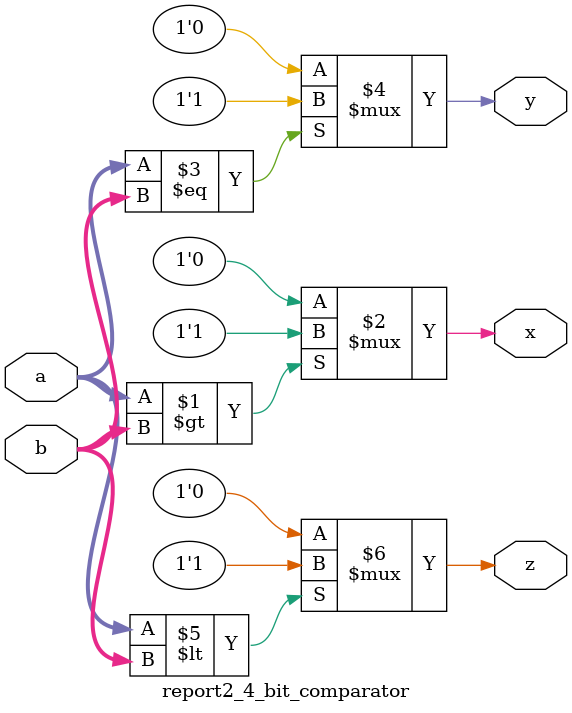
<source format=v>
`timescale 1ns / 1ps

module report2_4_bit_comparator(a, b, x, y, z);
input [3:0] a, b;
output x, y, z;
wire x, y, z;

assign x = (a > b) ? 1'b1 : 1'b0;
assign y = (a == b) ? 1'b1 : 1'b0;
assign z = (a < b) ? 1'b1 : 1'b0;

endmodule


</source>
